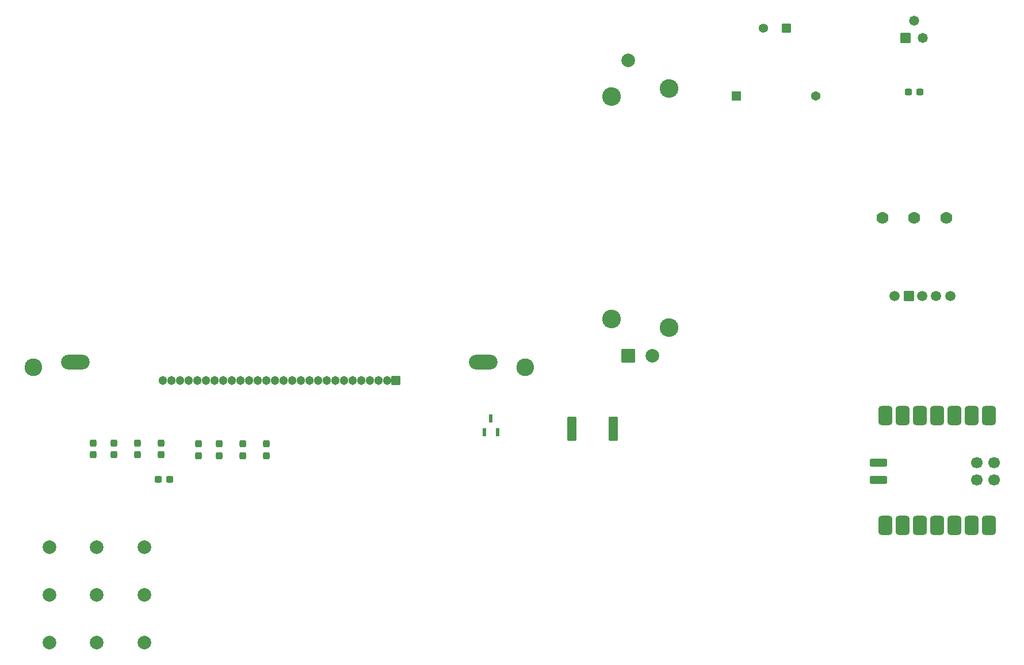
<source format=gts>
%TF.GenerationSoftware,KiCad,Pcbnew,9.0.0*%
%TF.CreationDate,2025-04-13T23:06:23-05:00*%
%TF.ProjectId,temperature_sensor,74656d70-6572-4617-9475-72655f73656e,rev?*%
%TF.SameCoordinates,Original*%
%TF.FileFunction,Soldermask,Top*%
%TF.FilePolarity,Negative*%
%FSLAX46Y46*%
G04 Gerber Fmt 4.6, Leading zero omitted, Abs format (unit mm)*
G04 Created by KiCad (PCBNEW 9.0.0) date 2025-04-13 23:06:23*
%MOMM*%
%LPD*%
G01*
G04 APERTURE LIST*
G04 Aperture macros list*
%AMRoundRect*
0 Rectangle with rounded corners*
0 $1 Rounding radius*
0 $2 $3 $4 $5 $6 $7 $8 $9 X,Y pos of 4 corners*
0 Add a 4 corners polygon primitive as box body*
4,1,4,$2,$3,$4,$5,$6,$7,$8,$9,$2,$3,0*
0 Add four circle primitives for the rounded corners*
1,1,$1+$1,$2,$3*
1,1,$1+$1,$4,$5*
1,1,$1+$1,$6,$7*
1,1,$1+$1,$8,$9*
0 Add four rect primitives between the rounded corners*
20,1,$1+$1,$2,$3,$4,$5,0*
20,1,$1+$1,$4,$5,$6,$7,0*
20,1,$1+$1,$6,$7,$8,$9,0*
20,1,$1+$1,$8,$9,$2,$3,0*%
G04 Aperture macros list end*
%ADD10C,2.604000*%
%ADD11O,4.204000X2.204000*%
%ADD12C,1.304000*%
%ADD13RoundRect,0.102000X-0.550000X-0.550000X0.550000X-0.550000X0.550000X0.550000X-0.550000X0.550000X0*%
%ADD14C,2.000000*%
%ADD15C,1.778000*%
%ADD16R,0.558800X1.270000*%
%ADD17RoundRect,0.237500X0.237500X-0.300000X0.237500X0.300000X-0.237500X0.300000X-0.237500X-0.300000X0*%
%ADD18RoundRect,0.237500X0.300000X0.237500X-0.300000X0.237500X-0.300000X-0.237500X0.300000X-0.237500X0*%
%ADD19RoundRect,0.102000X0.535000X1.710000X-0.535000X1.710000X-0.535000X-1.710000X0.535000X-1.710000X0*%
%ADD20RoundRect,0.102000X0.900000X-0.900000X0.900000X0.900000X-0.900000X0.900000X-0.900000X-0.900000X0*%
%ADD21C,2.004000*%
%ADD22C,2.754000*%
%ADD23RoundRect,0.237500X-0.300000X-0.237500X0.300000X-0.237500X0.300000X0.237500X-0.300000X0.237500X0*%
%ADD24RoundRect,0.525400X-0.525400X0.900400X-0.525400X-0.900400X0.525400X-0.900400X0.525400X0.900400X0*%
%ADD25RoundRect,0.300400X-1.000400X-0.300400X1.000400X-0.300400X1.000400X0.300400X-1.000400X0.300400X0*%
%ADD26C,1.700000*%
%ADD27R,1.371600X1.371600*%
%ADD28C,1.371600*%
%ADD29C,1.500000*%
%ADD30RoundRect,0.102000X-0.654000X-0.654000X0.654000X-0.654000X0.654000X0.654000X-0.654000X0.654000X0*%
%ADD31C,1.512000*%
%ADD32RoundRect,0.102000X0.579000X0.579000X-0.579000X0.579000X-0.579000X-0.579000X0.579000X-0.579000X0*%
%ADD33C,1.362000*%
%ADD34RoundRect,0.102000X-0.635000X-0.635000X0.635000X-0.635000X0.635000X0.635000X-0.635000X0.635000X0*%
%ADD35C,1.474000*%
G04 APERTURE END LIST*
D10*
%TO.C,DS1*%
X119048300Y-78497000D03*
X46648300Y-78497000D03*
D11*
X112848300Y-77707000D03*
X52848300Y-77707000D03*
D12*
X65703300Y-80447000D03*
X66973300Y-80447000D03*
X68243300Y-80447000D03*
X69513300Y-80447000D03*
X70783300Y-80447000D03*
X72053300Y-80447000D03*
X73323300Y-80447000D03*
X74593300Y-80447000D03*
X75863300Y-80447000D03*
X77133300Y-80447000D03*
X78403300Y-80447000D03*
X79673300Y-80447000D03*
X80943300Y-80447000D03*
X82213300Y-80447000D03*
X83483300Y-80447000D03*
X84753300Y-80447000D03*
X86023300Y-80447000D03*
X87293300Y-80447000D03*
X88563300Y-80447000D03*
X89833300Y-80447000D03*
X91103300Y-80447000D03*
X92373300Y-80447000D03*
X93643300Y-80447000D03*
X94913300Y-80447000D03*
X96183300Y-80447000D03*
X97453300Y-80447000D03*
X98723300Y-80447000D03*
D13*
X99993300Y-80447000D03*
%TD*%
D14*
%TO.C,TP7*%
X49000000Y-119000000D03*
%TD*%
%TO.C,TP6*%
X56000000Y-119000000D03*
%TD*%
%TO.C,TP2*%
X63000000Y-119000000D03*
%TD*%
%TO.C,TP5*%
X63000000Y-112000000D03*
%TD*%
%TO.C,TP4*%
X56000000Y-112000000D03*
%TD*%
D15*
%TO.C,SW1*%
X171599999Y-56500000D03*
X176300000Y-56500000D03*
X181000000Y-56500000D03*
%TD*%
D16*
%TO.C,U1*%
X113047500Y-88082800D03*
X114952500Y-88082800D03*
X114000000Y-86000000D03*
%TD*%
D17*
%TO.C,C10*%
X71000000Y-91500000D03*
X71000000Y-89775000D03*
%TD*%
D18*
%TO.C,RF_interceptor1*%
X177132500Y-37960000D03*
X175407500Y-37960000D03*
%TD*%
D17*
%TO.C,C11*%
X77500000Y-91500000D03*
X77500000Y-89775000D03*
%TD*%
D14*
%TO.C,TP3*%
X63000000Y-105000000D03*
%TD*%
D17*
%TO.C,C4*%
X62000000Y-91362500D03*
X62000000Y-89637500D03*
%TD*%
D14*
%TO.C,TP9*%
X49000000Y-105000000D03*
%TD*%
%TO.C,TP1*%
X49000000Y-112000000D03*
%TD*%
D17*
%TO.C,C12*%
X74000000Y-91500000D03*
X74000000Y-89775000D03*
%TD*%
%TO.C,C5*%
X58500000Y-91362500D03*
X58500000Y-89637500D03*
%TD*%
D19*
%TO.C,R4*%
X132000000Y-87500000D03*
X125890000Y-87500000D03*
%TD*%
D20*
%TO.C,R1*%
X134250000Y-76750000D03*
D21*
X137750000Y-76750000D03*
X134250000Y-33250000D03*
D22*
X131750000Y-71400000D03*
X140250000Y-72600000D03*
X131750000Y-38600000D03*
X140250000Y-37400000D03*
%TD*%
D23*
%TO.C,C7*%
X65000000Y-95000000D03*
X66725000Y-95000000D03*
%TD*%
D24*
%TO.C,U3*%
X187281700Y-85588000D03*
X184741700Y-85588000D03*
X182201700Y-85588000D03*
X179661700Y-85588000D03*
X177121700Y-85588000D03*
X174581700Y-85588000D03*
X172041700Y-85588000D03*
X172041700Y-101753000D03*
X174581700Y-101753000D03*
X177121700Y-101753000D03*
X179661700Y-101753000D03*
X182201700Y-101753000D03*
X184741700Y-101753000D03*
X187281700Y-101753000D03*
D25*
X171022000Y-92500000D03*
X171022000Y-95040000D03*
D26*
X188040000Y-92500000D03*
X188040000Y-95040000D03*
X185500000Y-92500000D03*
X185500000Y-95040000D03*
%TD*%
D27*
%TO.C,R3*%
X150158000Y-38500000D03*
D28*
X161842000Y-38500000D03*
%TD*%
D17*
%TO.C,C9*%
X81000000Y-91500000D03*
X81000000Y-89775000D03*
%TD*%
D14*
%TO.C,TP8*%
X56000000Y-105000000D03*
%TD*%
D29*
%TO.C,S1*%
X173400000Y-68000000D03*
X181600000Y-68000000D03*
D30*
X175500000Y-68000000D03*
D31*
X177500000Y-68000000D03*
X179500000Y-68000000D03*
%TD*%
D17*
%TO.C,C8*%
X65500000Y-91362500D03*
X65500000Y-89637500D03*
%TD*%
D32*
%TO.C,R2*%
X157500000Y-28500000D03*
D33*
X154100000Y-28500000D03*
%TD*%
D34*
%TO.C,U5*%
X175000000Y-30000000D03*
D35*
X176270000Y-27460000D03*
X177540000Y-30000000D03*
%TD*%
D17*
%TO.C,C6*%
X55500000Y-91362500D03*
X55500000Y-89637500D03*
%TD*%
M02*

</source>
